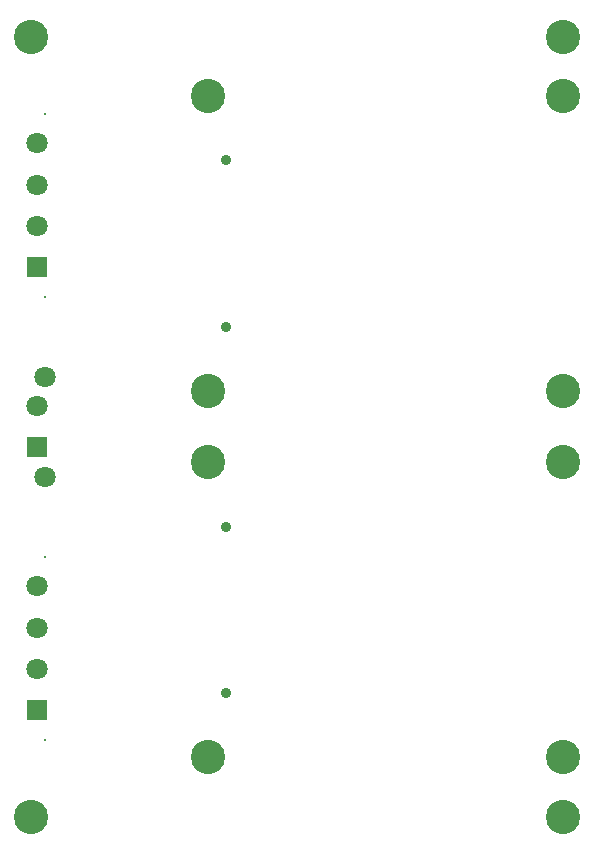
<source format=gbs>
G04 Layer_Color=16711935*
%FSLAX25Y25*%
%MOIN*%
G70*
G01*
G75*
%ADD35C,0.03556*%
%ADD36C,0.00800*%
%ADD37C,0.07099*%
%ADD38R,0.07099X0.07099*%
%ADD39C,0.11430*%
D35*
X74803Y50984D02*
D03*
Y106496D02*
D03*
Y173032D02*
D03*
Y228543D02*
D03*
D36*
X14291Y96457D02*
D03*
Y35433D02*
D03*
Y183071D02*
D03*
Y244094D02*
D03*
D37*
X11811Y86614D02*
D03*
Y72835D02*
D03*
Y59055D02*
D03*
Y206693D02*
D03*
Y220472D02*
D03*
Y234252D02*
D03*
X14291Y156496D02*
D03*
Y123031D02*
D03*
X11811Y146653D02*
D03*
D38*
Y45276D02*
D03*
Y192913D02*
D03*
Y132874D02*
D03*
D39*
X68898Y250000D02*
D03*
X187008D02*
D03*
Y151575D02*
D03*
X68898D02*
D03*
X187008Y9843D02*
D03*
Y269685D02*
D03*
X9843D02*
D03*
Y9843D02*
D03*
X68898Y29528D02*
D03*
X187008D02*
D03*
Y127953D02*
D03*
X68898D02*
D03*
M02*

</source>
